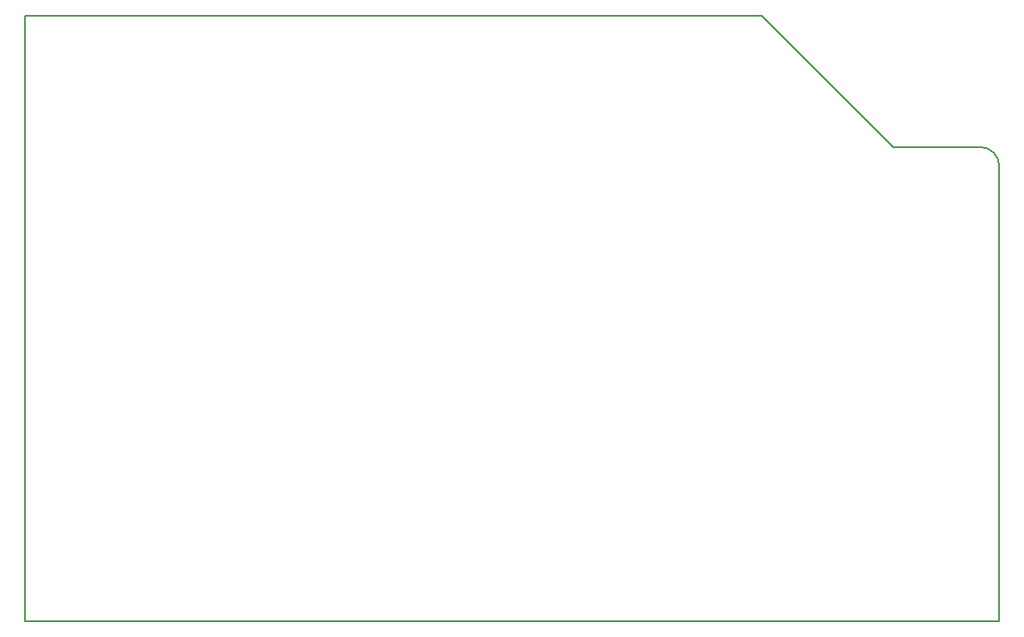
<source format=gm1>
G04 #@! TF.FileFunction,Profile,NP*
%FSLAX46Y46*%
G04 Gerber Fmt 4.6, Leading zero omitted, Abs format (unit mm)*
G04 Created by KiCad (PCBNEW 4.0.7) date 03/03/19 23:52:23*
%MOMM*%
%LPD*%
G01*
G04 APERTURE LIST*
%ADD10C,0.100000*%
%ADD11C,0.150000*%
G04 APERTURE END LIST*
D10*
D11*
X76200000Y-88265000D02*
X76200000Y-81280000D01*
X151130000Y-81280000D02*
X76200000Y-81280000D01*
X175260000Y-103505000D02*
X175260000Y-96520000D01*
X164465000Y-94615000D02*
X173355000Y-94615000D01*
X175260000Y-96520000D02*
G75*
G03X173355000Y-94615000I-1905000J0D01*
G01*
X151130000Y-81280000D02*
X164465000Y-94615000D01*
X76200000Y-142875000D02*
X76200000Y-88265000D01*
X175260000Y-142875000D02*
X175260000Y-103505000D01*
X76200000Y-142875000D02*
X175260000Y-142875000D01*
M02*

</source>
